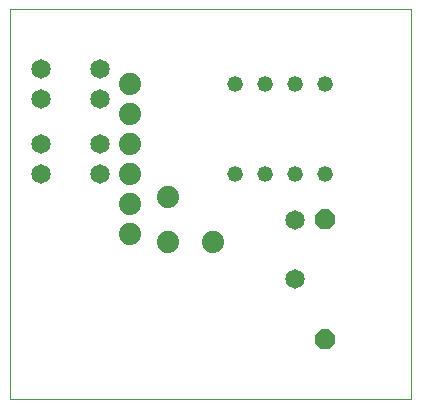
<source format=gtl>
G75*
%MOIN*%
%OFA0B0*%
%FSLAX24Y24*%
%IPPOS*%
%LPD*%
%AMOC8*
5,1,8,0,0,1.08239X$1,22.5*
%
%ADD10C,0.0000*%
%ADD11C,0.0520*%
%ADD12OC8,0.0660*%
%ADD13C,0.0650*%
%ADD14C,0.0740*%
D10*
X000350Y000350D02*
X000350Y013346D01*
X013720Y013346D01*
X013720Y000350D01*
X000350Y000350D01*
D11*
X007850Y007850D03*
X008850Y007850D03*
X009850Y007850D03*
X010850Y007850D03*
X010850Y010850D03*
X009850Y010850D03*
X008850Y010850D03*
X007850Y010850D03*
D12*
X010850Y006350D03*
X010850Y002350D03*
D13*
X009850Y004366D03*
X009850Y006334D03*
X003334Y007850D03*
X003334Y008850D03*
X003334Y010350D03*
X003334Y011350D03*
X001366Y011350D03*
X001366Y010350D03*
X001366Y008850D03*
X001366Y007850D03*
D14*
X004350Y007850D03*
X004350Y006850D03*
X004350Y005850D03*
X005600Y005600D03*
X005600Y007100D03*
X007100Y005600D03*
X004350Y008850D03*
X004350Y009850D03*
X004350Y010850D03*
M02*

</source>
